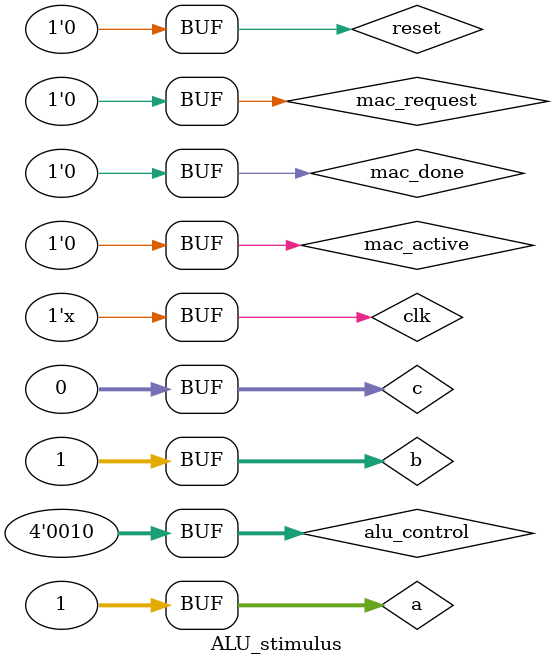
<source format=sv>
`timescale 1ns/1ps

module ALU_stimulus ();

    logic clk, reset;
    logic [31:0] a, b, c;
    logic [3:0] alu_control;
    logic [31:0] result;
    logic mac_active, mac_done, zero;
    logic mac_request;

    ALU alu_inst (
        .clk(clk),
        .mac_enable(mac_request), // Enable MAC operation
        .a(a),
        .b(b),
        .c(c),
        .alu_control(alu_control),
        .result(result),
        .zero(zero),
        .mac_done(mac_done)
    );

    initial clk = 0;
    always #5 clk = ~clk; // Clock period of 10 time units

    initial begin
        mac_active = 1'b0;
        mac_done = 1'b0;
        mac_request = 1'b1;
        reset = 1'b0;
        a = 0; 
        b = 0;
        c = 0;
        alu_control = 4'b0000; // AND operation

        #5;
        mac_request = 1'b1;
        a = 32'h2;
        b = 32'h2;
        c = 32'h0;
        alu_control = 4'b1011; // MAC

        #10;
        mac_request = 1'b1;
        a = 32'h5;
        b = 32'h4;

        #10;
        mac_request = 1'b1;
        a = 32'h3;
        b = 32'h7;

        #10;
        mac_request = 1'b0; // Stop MAC request
        a = 32'h1;
        b = 32'h1;
        alu_control = 4'b0010;

    end

endmodule
</source>
